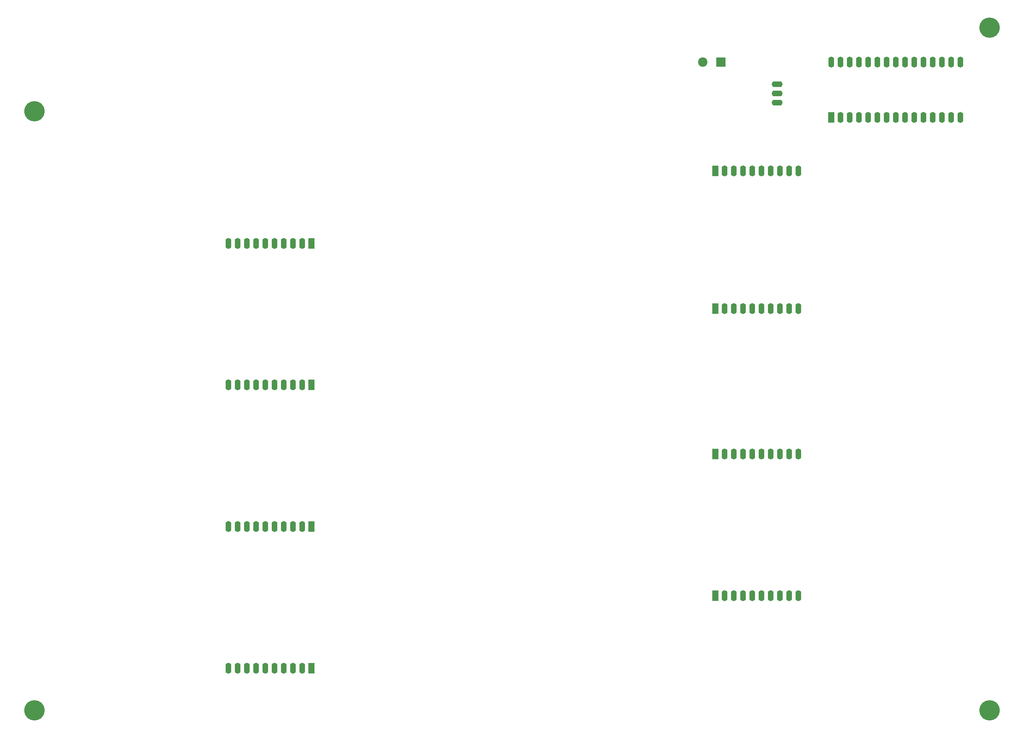
<source format=gbr>
%TF.GenerationSoftware,KiCad,Pcbnew,(6.0.4)*%
%TF.CreationDate,2023-07-24T14:01:24-04:00*%
%TF.ProjectId,BREAD_Loaf,42524541-445f-44c6-9f61-662e6b696361,rev?*%
%TF.SameCoordinates,PX2faf080PYee6b280*%
%TF.FileFunction,Soldermask,Top*%
%TF.FilePolarity,Negative*%
%FSLAX46Y46*%
G04 Gerber Fmt 4.6, Leading zero omitted, Abs format (unit mm)*
G04 Created by KiCad (PCBNEW (6.0.4)) date 2023-07-24 14:01:24*
%MOMM*%
%LPD*%
G01*
G04 APERTURE LIST*
%ADD10C,5.600000*%
%ADD11R,1.700000X3.000000*%
%ADD12O,1.600000X3.000000*%
%ADD13R,2.600000X2.600000*%
%ADD14C,2.600000*%
%ADD15O,3.000000X1.600000*%
G04 APERTURE END LIST*
D10*
%TO.C,H3*%
X269000000Y6000000D03*
%TD*%
D11*
%TO.C,J4*%
X82225000Y17600000D03*
D12*
X79685000Y17600000D03*
X77145000Y17600000D03*
X74605000Y17600000D03*
X72065000Y17600000D03*
X69525000Y17600000D03*
X66985000Y17600000D03*
X64445000Y17600000D03*
X61905000Y17600000D03*
X59365000Y17600000D03*
%TD*%
D11*
%TO.C,J2*%
X82225000Y95600000D03*
D12*
X79685000Y95600000D03*
X77145000Y95600000D03*
X74605000Y95600000D03*
X72065000Y95600000D03*
X69525000Y95600000D03*
X66985000Y95600000D03*
X64445000Y95600000D03*
X61905000Y95600000D03*
X59365000Y95600000D03*
%TD*%
D11*
%TO.C,A1*%
X225450000Y169290000D03*
D12*
X227990000Y169290000D03*
X230530000Y169290000D03*
X233070000Y169290000D03*
X235610000Y169290000D03*
X238150000Y169290000D03*
X240690000Y169290000D03*
X243230000Y169290000D03*
X245770000Y169290000D03*
X248310000Y169290000D03*
X250850000Y169290000D03*
X253390000Y169290000D03*
X255930000Y169290000D03*
X258470000Y169290000D03*
X261010000Y169290000D03*
X261010000Y184530000D03*
X258470000Y184530000D03*
X255930000Y184530000D03*
X253390000Y184530000D03*
X250850000Y184530000D03*
X248310000Y184530000D03*
X245770000Y184530000D03*
X243230000Y184530000D03*
X240690000Y184530000D03*
X238150000Y184530000D03*
X235610000Y184530000D03*
X233070000Y184530000D03*
X230530000Y184530000D03*
X227990000Y184530000D03*
X225450000Y184530000D03*
%TD*%
D10*
%TO.C,H1*%
X6000000Y171000000D03*
%TD*%
%TO.C,H4*%
X6000000Y6000000D03*
%TD*%
D11*
%TO.C,J5*%
X193509843Y37600000D03*
D12*
X196049843Y37600000D03*
X198589843Y37600000D03*
X201129843Y37600000D03*
X203669843Y37600000D03*
X206209843Y37600000D03*
X208749843Y37600000D03*
X211289843Y37600000D03*
X213829843Y37600000D03*
X216369843Y37600000D03*
%TD*%
D11*
%TO.C,J8*%
X193509843Y154600000D03*
D12*
X196049843Y154600000D03*
X198589843Y154600000D03*
X201129843Y154600000D03*
X203669843Y154600000D03*
X206209843Y154600000D03*
X208749843Y154600000D03*
X211289843Y154600000D03*
X213829843Y154600000D03*
X216369843Y154600000D03*
%TD*%
D13*
%TO.C,J9*%
X195067657Y184500000D03*
D14*
X190067657Y184500000D03*
%TD*%
D10*
%TO.C,H2*%
X269000000Y194000000D03*
%TD*%
D11*
%TO.C,J6*%
X193509843Y76600000D03*
D12*
X196049843Y76600000D03*
X198589843Y76600000D03*
X201129843Y76600000D03*
X203669843Y76600000D03*
X206209843Y76600000D03*
X208749843Y76600000D03*
X211289843Y76600000D03*
X213829843Y76600000D03*
X216369843Y76600000D03*
%TD*%
D11*
%TO.C,J7*%
X193509843Y116600000D03*
D12*
X196049843Y116600000D03*
X198589843Y116600000D03*
X201129843Y116600000D03*
X203669843Y116600000D03*
X206209843Y116600000D03*
X208749843Y116600000D03*
X211289843Y116600000D03*
X213829843Y116600000D03*
X216369843Y116600000D03*
%TD*%
D11*
%TO.C,J3*%
X82225000Y56600000D03*
D12*
X79685000Y56600000D03*
X77145000Y56600000D03*
X74605000Y56600000D03*
X72065000Y56600000D03*
X69525000Y56600000D03*
X66985000Y56600000D03*
X64445000Y56600000D03*
X61905000Y56600000D03*
X59365000Y56600000D03*
%TD*%
D11*
%TO.C,J1*%
X82225000Y134600000D03*
D12*
X79685000Y134600000D03*
X77145000Y134600000D03*
X74605000Y134600000D03*
X72065000Y134600000D03*
X69525000Y134600000D03*
X66985000Y134600000D03*
X64445000Y134600000D03*
X61905000Y134600000D03*
X59365000Y134600000D03*
%TD*%
D15*
%TO.C,J10*%
X210500000Y178425000D03*
X210500000Y175885000D03*
X210500000Y173345000D03*
%TD*%
M02*

</source>
